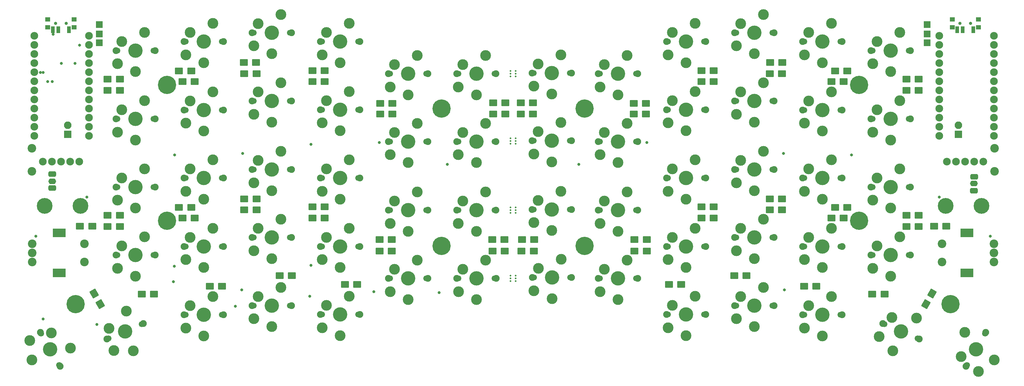
<source format=gts>
G04 #@! TF.GenerationSoftware,KiCad,Pcbnew,7.0.2*
G04 #@! TF.CreationDate,2023-05-26T11:36:11-04:00*
G04 #@! TF.ProjectId,SofleKeyboard,536f666c-654b-4657-9962-6f6172642e6b,rev?*
G04 #@! TF.SameCoordinates,Original*
G04 #@! TF.FileFunction,Soldermask,Top*
G04 #@! TF.FilePolarity,Negative*
%FSLAX46Y46*%
G04 Gerber Fmt 4.6, Leading zero omitted, Abs format (unit mm)*
G04 Created by KiCad (PCBNEW 7.0.2) date 2023-05-26 11:36:11*
%MOMM*%
%LPD*%
G01*
G04 APERTURE LIST*
G04 Aperture macros list*
%AMRoundRect*
0 Rectangle with rounded corners*
0 $1 Rounding radius*
0 $2 $3 $4 $5 $6 $7 $8 $9 X,Y pos of 4 corners*
0 Add a 4 corners polygon primitive as box body*
4,1,4,$2,$3,$4,$5,$6,$7,$8,$9,$2,$3,0*
0 Add four circle primitives for the rounded corners*
1,1,$1+$1,$2,$3*
1,1,$1+$1,$4,$5*
1,1,$1+$1,$6,$7*
1,1,$1+$1,$8,$9*
0 Add four rect primitives between the rounded corners*
20,1,$1+$1,$2,$3,$4,$5,0*
20,1,$1+$1,$4,$5,$6,$7,0*
20,1,$1+$1,$6,$7,$8,$9,0*
20,1,$1+$1,$8,$9,$2,$3,0*%
G04 Aperture macros list end*
%ADD10C,0.500000*%
%ADD11C,5.100000*%
%ADD12RoundRect,0.200000X-0.900000X-0.750000X0.900000X-0.750000X0.900000X0.750000X-0.900000X0.750000X0*%
%ADD13RoundRect,0.200000X-1.099519X0.404423X-0.199519X-1.154423X1.099519X-0.404423X0.199519X1.154423X0*%
%ADD14C,1.900000*%
%ADD15C,1.700000*%
%ADD16C,3.000000*%
%ADD17C,4.000000*%
%ADD18C,4.400000*%
%ADD19RoundRect,0.200000X-0.762000X0.762000X-0.762000X-0.762000X0.762000X-0.762000X0.762000X0.762000X0*%
%ADD20RoundRect,0.200000X0.762000X0.762000X-0.762000X0.762000X-0.762000X-0.762000X0.762000X-0.762000X0*%
%ADD21C,2.400000*%
%ADD22RoundRect,0.200000X-1.600000X-1.000000X1.600000X-1.000000X1.600000X1.000000X-1.600000X1.000000X0*%
%ADD23RoundRect,0.200000X0.500000X0.400000X-0.500000X0.400000X-0.500000X-0.400000X0.500000X-0.400000X0*%
%ADD24C,0.900000*%
%ADD25RoundRect,0.200000X0.350000X0.750000X-0.350000X0.750000X-0.350000X-0.750000X0.350000X-0.750000X0*%
%ADD26C,2.152600*%
%ADD27RoundRect,0.450000X-0.625000X0.350000X-0.625000X-0.350000X0.625000X-0.350000X0.625000X0.350000X0*%
%ADD28O,2.150000X1.600000*%
%ADD29RoundRect,0.200000X0.850000X0.850000X-0.850000X0.850000X-0.850000X-0.850000X0.850000X-0.850000X0*%
%ADD30O,2.100000X2.100000*%
%ADD31RoundRect,0.450000X0.625000X-0.350000X0.625000X0.350000X-0.625000X0.350000X-0.625000X-0.350000X0*%
%ADD32RoundRect,0.200000X0.900000X0.750000X-0.900000X0.750000X-0.900000X-0.750000X0.900000X-0.750000X0*%
%ADD33RoundRect,0.200000X-0.762000X-0.762000X0.762000X-0.762000X0.762000X0.762000X-0.762000X0.762000X0*%
%ADD34RoundRect,0.200000X-0.199519X1.154423X-1.099519X-0.404423X0.199519X-1.154423X1.099519X0.404423X0*%
%ADD35RoundRect,0.200000X1.600000X1.000000X-1.600000X1.000000X-1.600000X-1.000000X1.600000X-1.000000X0*%
%ADD36C,0.800000*%
G04 APERTURE END LIST*
D10*
X147586000Y-61964000D03*
X149086000Y-61964000D03*
X147586000Y-61214000D03*
X149086000Y-61214000D03*
X147586000Y-60464000D03*
X149086000Y-60464000D03*
X147586000Y-80760000D03*
X149086000Y-80760000D03*
X147586000Y-80010000D03*
X149086000Y-80010000D03*
X147586000Y-79260000D03*
X149086000Y-79260000D03*
X147586000Y-100064000D03*
X149086000Y-100064000D03*
X147586000Y-99314000D03*
X149086000Y-99314000D03*
X147586000Y-98564000D03*
X149086000Y-98564000D03*
X147586000Y-118364000D03*
X149086000Y-118364000D03*
X147586000Y-117614000D03*
X147586000Y-119114000D03*
X149086000Y-119114000D03*
X149086000Y-117614000D03*
D11*
X51890000Y-64364000D03*
X128390000Y-70974000D03*
X128390000Y-109274000D03*
X26390000Y-125574000D03*
D12*
X35290000Y-62764000D03*
X38690000Y-62764000D03*
X55190000Y-60464000D03*
X58590000Y-60464000D03*
X73290000Y-58064000D03*
X76690000Y-58064000D03*
X92390000Y-60364000D03*
X95790000Y-60364000D03*
X111290000Y-69564000D03*
X114690000Y-69564000D03*
X142790000Y-69364000D03*
X146190000Y-69364000D03*
X35290000Y-65864000D03*
X38690000Y-65864000D03*
X56190000Y-63464000D03*
X59590000Y-63464000D03*
X73390000Y-61264000D03*
X76790000Y-61264000D03*
X92390000Y-63464000D03*
X95790000Y-63464000D03*
X111290000Y-72464000D03*
X114690000Y-72464000D03*
X142790000Y-72464000D03*
X146190000Y-72464000D03*
X35290000Y-100764000D03*
X38690000Y-100764000D03*
X55190000Y-98564000D03*
X58590000Y-98564000D03*
X73390000Y-96164000D03*
X76790000Y-96164000D03*
X92390000Y-98364000D03*
X95790000Y-98364000D03*
X111090000Y-107564000D03*
X114490000Y-107564000D03*
X142490000Y-107564000D03*
X145890000Y-107564000D03*
X35290000Y-103864000D03*
X38690000Y-103864000D03*
X56190000Y-101564000D03*
X59590000Y-101564000D03*
X73390000Y-99264000D03*
X76790000Y-99264000D03*
X92390000Y-101564000D03*
X95790000Y-101564000D03*
X111090000Y-110764000D03*
X114490000Y-110764000D03*
X142590000Y-110764000D03*
X145990000Y-110764000D03*
X27590000Y-103774000D03*
X30990000Y-103774000D03*
D13*
X31540000Y-122591757D03*
X33240000Y-125536243D03*
D12*
X44790000Y-122764000D03*
X48190000Y-122764000D03*
X63790000Y-120564000D03*
X67190000Y-120564000D03*
X83290000Y-117574000D03*
X86690000Y-117574000D03*
D14*
X37590000Y-54764000D03*
D15*
X38010000Y-54764000D03*
D16*
X38090000Y-58464000D03*
X39280000Y-52223999D03*
D17*
X43090000Y-54764000D03*
D16*
X43090000Y-60664000D03*
X45630000Y-49684000D03*
D15*
X48170000Y-54764000D03*
D14*
X48590000Y-54764000D03*
X37590000Y-73864000D03*
D15*
X38010000Y-73864000D03*
D16*
X38090000Y-77564000D03*
X39280000Y-71323999D03*
D17*
X43090000Y-73864000D03*
D16*
X43090000Y-79764000D03*
X45630000Y-68784000D03*
D15*
X48170000Y-73864000D03*
D14*
X48590000Y-73864000D03*
X37590000Y-92864000D03*
D15*
X38010000Y-92864000D03*
D16*
X38090000Y-96564000D03*
X39280000Y-90323999D03*
D17*
X43090000Y-92864000D03*
D16*
X43090000Y-98764000D03*
X45630000Y-87784000D03*
D15*
X48170000Y-92864000D03*
D14*
X48590000Y-92864000D03*
X37590000Y-111864000D03*
D15*
X38010000Y-111864000D03*
D16*
X38090000Y-115564000D03*
X39280000Y-109323999D03*
D17*
X43090000Y-111864000D03*
D16*
X43090000Y-117764000D03*
X45630000Y-106784000D03*
D15*
X48170000Y-111864000D03*
D14*
X48590000Y-111864000D03*
X16540000Y-133410860D03*
D15*
X16750000Y-133774591D03*
D16*
X13585706Y-135693873D03*
X19584705Y-133604443D03*
D17*
X19290000Y-138174000D03*
D16*
X14180450Y-141124000D03*
X24959409Y-137833705D03*
D15*
X21830000Y-142573409D03*
D14*
X22040000Y-142937140D03*
X35127223Y-135313021D03*
D15*
X35513835Y-135148914D03*
D16*
X37033181Y-138523524D03*
X35690419Y-132314602D03*
D17*
X40190000Y-133164000D03*
D16*
X42495314Y-138594979D03*
X40543168Y-127495378D03*
D15*
X44866165Y-131179086D03*
D14*
X45252777Y-131014979D03*
X56590000Y-128564000D03*
D15*
X57010000Y-128564000D03*
D16*
X57090000Y-132264000D03*
X58280000Y-126023999D03*
D17*
X62090000Y-128564000D03*
D16*
X62090000Y-134464000D03*
X64630000Y-123484000D03*
D15*
X67170000Y-128564000D03*
D14*
X67590000Y-128564000D03*
X75590000Y-125964000D03*
D15*
X76010000Y-125964000D03*
D16*
X76090000Y-129664000D03*
X77280000Y-123423999D03*
D17*
X81090000Y-125964000D03*
D16*
X81090000Y-131864000D03*
X83630000Y-120884000D03*
D15*
X86170000Y-125964000D03*
D14*
X86590000Y-125964000D03*
D18*
X17720000Y-98116000D03*
D19*
X32934000Y-52602000D03*
D20*
X32934000Y-50102000D03*
X32934000Y-47502000D03*
D12*
X101490000Y-120074000D03*
X104890000Y-120074000D03*
D18*
X27720000Y-98100000D03*
D14*
X56590000Y-90364000D03*
D15*
X57010000Y-90364000D03*
D16*
X57090000Y-94064000D03*
X58280000Y-87823999D03*
D17*
X62090000Y-90364000D03*
D16*
X62090000Y-96264000D03*
X64630000Y-85284000D03*
D15*
X67170000Y-90364000D03*
D14*
X67590000Y-90364000D03*
X56590000Y-109464000D03*
D15*
X57010000Y-109464000D03*
D16*
X57090000Y-113164000D03*
X58280000Y-106923999D03*
D17*
X62090000Y-109464000D03*
D16*
X62090000Y-115364000D03*
X64630000Y-104384000D03*
D15*
X67170000Y-109464000D03*
D14*
X67590000Y-109464000D03*
X56590000Y-71364000D03*
D15*
X57010000Y-71364000D03*
D16*
X57090000Y-75064000D03*
X58280000Y-68823999D03*
D17*
X62090000Y-71364000D03*
D16*
X62090000Y-77264000D03*
X64630000Y-66284000D03*
D15*
X67170000Y-71364000D03*
D14*
X67590000Y-71364000D03*
X56590000Y-52264000D03*
D15*
X57010000Y-52264000D03*
D16*
X57090000Y-55964000D03*
X58280000Y-49723999D03*
D17*
X62090000Y-52264000D03*
D16*
X62090000Y-58164000D03*
X64630000Y-47184000D03*
D15*
X67170000Y-52264000D03*
D14*
X67590000Y-52264000D03*
X75590000Y-87964000D03*
D15*
X76010000Y-87964000D03*
D16*
X76090000Y-91664000D03*
X77280000Y-85423999D03*
D17*
X81090000Y-87964000D03*
D16*
X81090000Y-93864000D03*
X83630000Y-82884000D03*
D15*
X86170000Y-87964000D03*
D14*
X86590000Y-87964000D03*
X75590000Y-49774000D03*
D15*
X76010000Y-49774000D03*
D16*
X76090000Y-53474000D03*
X77280000Y-47233999D03*
D17*
X81090000Y-49774000D03*
D16*
X81090000Y-55674000D03*
X83630000Y-44694000D03*
D15*
X86170000Y-49774000D03*
D14*
X86590000Y-49774000D03*
X75590000Y-68864000D03*
D15*
X76010000Y-68864000D03*
D16*
X76090000Y-72564000D03*
X77280000Y-66323999D03*
D17*
X81090000Y-68864000D03*
D16*
X81090000Y-74764000D03*
X83630000Y-63784000D03*
D15*
X86170000Y-68864000D03*
D14*
X86590000Y-68864000D03*
X75590000Y-106964000D03*
D15*
X76010000Y-106964000D03*
D16*
X76090000Y-110664000D03*
X77280000Y-104423999D03*
D17*
X81090000Y-106964000D03*
D16*
X81090000Y-112864000D03*
X83630000Y-101884000D03*
D15*
X86170000Y-106964000D03*
D14*
X86590000Y-106964000D03*
X94590000Y-109464000D03*
D15*
X95010000Y-109464000D03*
D16*
X95090000Y-113164000D03*
X96280000Y-106923999D03*
D17*
X100090000Y-109464000D03*
D16*
X100090000Y-115364000D03*
X102630000Y-104384000D03*
D15*
X105170000Y-109464000D03*
D14*
X105590000Y-109464000D03*
X94590000Y-71264000D03*
D15*
X95010000Y-71264000D03*
D16*
X95090000Y-74964000D03*
X96280000Y-68723999D03*
D17*
X100090000Y-71264000D03*
D16*
X100090000Y-77164000D03*
X102630000Y-66184000D03*
D15*
X105170000Y-71264000D03*
D14*
X105590000Y-71264000D03*
X94590000Y-128464000D03*
D15*
X95010000Y-128464000D03*
D16*
X95090000Y-132164000D03*
X96280000Y-125923999D03*
D17*
X100090000Y-128464000D03*
D16*
X100090000Y-134364000D03*
X102630000Y-123384000D03*
D15*
X105170000Y-128464000D03*
D14*
X105590000Y-128464000D03*
X94590000Y-90364000D03*
D15*
X95010000Y-90364000D03*
D16*
X95090000Y-94064000D03*
X96280000Y-87823999D03*
D17*
X100090000Y-90364000D03*
D16*
X100090000Y-96264000D03*
X102630000Y-85284000D03*
D15*
X105170000Y-90364000D03*
D14*
X105590000Y-90364000D03*
X94590000Y-52264000D03*
D15*
X95010000Y-52264000D03*
D16*
X95090000Y-55964000D03*
X96280000Y-49723999D03*
D17*
X100090000Y-52264000D03*
D16*
X100090000Y-58164000D03*
X102630000Y-47184000D03*
D15*
X105170000Y-52264000D03*
D14*
X105590000Y-52264000D03*
X113590000Y-61264000D03*
D15*
X114010000Y-61264000D03*
D16*
X114090000Y-64964000D03*
X115280000Y-58723999D03*
D17*
X119090000Y-61264000D03*
D16*
X119090000Y-67164000D03*
X121630000Y-56184000D03*
D15*
X124170000Y-61264000D03*
D14*
X124590000Y-61264000D03*
X113590000Y-118364000D03*
D15*
X114010000Y-118364000D03*
D16*
X114090000Y-122064000D03*
X115280000Y-115823999D03*
D17*
X119090000Y-118364000D03*
D16*
X119090000Y-124264000D03*
X121630000Y-113284000D03*
D15*
X124170000Y-118364000D03*
D14*
X124590000Y-118364000D03*
X132590000Y-99364000D03*
D15*
X133010000Y-99364000D03*
D16*
X133090000Y-103064000D03*
X134280000Y-96823999D03*
D17*
X138090000Y-99364000D03*
D16*
X138090000Y-105264000D03*
X140630000Y-94284000D03*
D15*
X143170000Y-99364000D03*
D14*
X143590000Y-99364000D03*
X132640000Y-118364000D03*
D15*
X133060000Y-118364000D03*
D16*
X133140000Y-122064000D03*
X134330000Y-115823999D03*
D17*
X138140000Y-118364000D03*
D16*
X138140000Y-124264000D03*
X140680000Y-113284000D03*
D15*
X143220000Y-118364000D03*
D14*
X143640000Y-118364000D03*
X132590000Y-61264000D03*
D15*
X133010000Y-61264000D03*
D16*
X133090000Y-64964000D03*
X134280000Y-58723999D03*
D17*
X138090000Y-61264000D03*
D16*
X138090000Y-67164000D03*
X140630000Y-56184000D03*
D15*
X143170000Y-61264000D03*
D14*
X143590000Y-61264000D03*
X132590000Y-80164000D03*
D15*
X133010000Y-80164000D03*
D16*
X133090000Y-83864000D03*
X134280000Y-77623999D03*
D17*
X138090000Y-80164000D03*
D16*
X138090000Y-86064000D03*
X140630000Y-75084000D03*
D15*
X143170000Y-80164000D03*
D14*
X143590000Y-80164000D03*
X113590000Y-99364000D03*
D15*
X114010000Y-99364000D03*
D16*
X114090000Y-103064000D03*
X115280000Y-96823999D03*
D17*
X119090000Y-99364000D03*
D16*
X119090000Y-105264000D03*
X121630000Y-94284000D03*
D15*
X124170000Y-99364000D03*
D14*
X124590000Y-99364000D03*
X113590000Y-80164000D03*
D15*
X114010000Y-80164000D03*
D16*
X114090000Y-83864000D03*
X115280000Y-77623999D03*
D17*
X119090000Y-80164000D03*
D16*
X119090000Y-86064000D03*
X121630000Y-75084000D03*
D15*
X124170000Y-80164000D03*
D14*
X124590000Y-80164000D03*
D11*
X51890000Y-102274000D03*
D21*
X14290000Y-108764000D03*
X14290000Y-113764000D03*
X14290000Y-111264000D03*
D22*
X21790000Y-105664000D03*
X21790000Y-116864000D03*
D21*
X28790000Y-113764000D03*
X28790000Y-108764000D03*
D14*
X153622000Y-79927321D03*
D15*
X154042000Y-79927321D03*
D16*
X154122000Y-83627321D03*
X155312000Y-77387320D03*
D17*
X159122000Y-79927321D03*
D16*
X159122000Y-85827321D03*
X161662000Y-74847321D03*
D15*
X164202000Y-79927321D03*
D14*
X164622000Y-79927321D03*
X191090000Y-52264000D03*
D15*
X191510000Y-52264000D03*
D16*
X191590000Y-55964000D03*
X192780000Y-49723999D03*
D17*
X196590000Y-52264000D03*
D16*
X196590000Y-58164000D03*
X199130000Y-47184000D03*
D15*
X201670000Y-52264000D03*
D14*
X202090000Y-52264000D03*
X210090000Y-49774000D03*
D15*
X210510000Y-49774000D03*
D16*
X210590000Y-53474000D03*
X211780000Y-47233999D03*
D17*
X215590000Y-49774000D03*
D16*
X215590000Y-55674000D03*
X218130000Y-44694000D03*
D15*
X220670000Y-49774000D03*
D14*
X221090000Y-49774000D03*
X172090000Y-80164000D03*
D15*
X172510000Y-80164000D03*
D16*
X172590000Y-83864000D03*
X173780000Y-77623999D03*
D17*
X177590000Y-80164000D03*
D16*
X177590000Y-86064000D03*
X180130000Y-75084000D03*
D15*
X182670000Y-80164000D03*
D14*
X183090000Y-80164000D03*
X274635706Y-142947013D03*
D15*
X274845706Y-142583282D03*
D16*
X278090000Y-144364000D03*
X273281001Y-140213429D03*
D17*
X277385706Y-138183873D03*
D16*
X282495256Y-141133873D03*
X274256297Y-133444168D03*
D15*
X279925706Y-133784464D03*
D14*
X280135706Y-133420733D03*
X229090000Y-128564000D03*
D15*
X229510000Y-128564000D03*
D16*
X229590000Y-132264000D03*
X230780000Y-126023999D03*
D17*
X234590000Y-128564000D03*
D16*
X234590000Y-134464000D03*
X237130000Y-123484000D03*
D15*
X239670000Y-128564000D03*
D14*
X240090000Y-128564000D03*
X248090000Y-92864000D03*
D15*
X248510000Y-92864000D03*
D16*
X248590000Y-96564000D03*
X249780000Y-90323999D03*
D17*
X253590000Y-92864000D03*
D16*
X253590000Y-98764000D03*
X256130000Y-87784000D03*
D15*
X258670000Y-92864000D03*
D14*
X259090000Y-92864000D03*
X210090000Y-87964000D03*
D15*
X210510000Y-87964000D03*
D16*
X210590000Y-91664000D03*
X211780000Y-85423999D03*
D17*
X215590000Y-87964000D03*
D16*
X215590000Y-93864000D03*
X218130000Y-82884000D03*
D15*
X220670000Y-87964000D03*
D14*
X221090000Y-87964000D03*
X229090000Y-71364000D03*
D15*
X229510000Y-71364000D03*
D16*
X229590000Y-75064000D03*
X230780000Y-68823999D03*
D17*
X234590000Y-71364000D03*
D16*
X234590000Y-77264000D03*
X237130000Y-66284000D03*
D15*
X239670000Y-71364000D03*
D14*
X240090000Y-71364000D03*
D23*
X278064000Y-48274000D03*
X278064000Y-46064000D03*
D24*
X275914000Y-47164000D03*
X272914000Y-47164000D03*
D23*
X270764000Y-48274000D03*
X270764000Y-46064000D03*
D25*
X276664000Y-48924000D03*
X273664000Y-48924000D03*
X272164000Y-48924000D03*
D14*
X248090000Y-54764000D03*
D15*
X248510000Y-54764000D03*
D16*
X248590000Y-58464000D03*
X249780000Y-52223999D03*
D17*
X253590000Y-54764000D03*
D16*
X253590000Y-60664000D03*
X256130000Y-49684000D03*
D15*
X258670000Y-54764000D03*
D14*
X259090000Y-54764000D03*
X172090000Y-61264000D03*
D15*
X172510000Y-61264000D03*
D16*
X172590000Y-64964000D03*
X173780000Y-58723999D03*
D17*
X177590000Y-61264000D03*
D16*
X177590000Y-67164000D03*
X180130000Y-56184000D03*
D15*
X182670000Y-61264000D03*
D14*
X183090000Y-61264000D03*
X229090000Y-52264000D03*
D15*
X229510000Y-52264000D03*
D16*
X229590000Y-55964000D03*
X230780000Y-49723999D03*
D17*
X234590000Y-52264000D03*
D16*
X234590000Y-58164000D03*
X237130000Y-47184000D03*
D15*
X239670000Y-52264000D03*
D14*
X240090000Y-52264000D03*
X248090000Y-111864000D03*
D15*
X248510000Y-111864000D03*
D16*
X248590000Y-115564000D03*
X249780000Y-109323999D03*
D17*
X253590000Y-111864000D03*
D16*
X253590000Y-117764000D03*
X256130000Y-106784000D03*
D15*
X258670000Y-111864000D03*
D14*
X259090000Y-111864000D03*
X153622000Y-61027321D03*
D15*
X154042000Y-61027321D03*
D16*
X154122000Y-64727321D03*
X155312000Y-58487320D03*
D17*
X159122000Y-61027321D03*
D16*
X159122000Y-66927321D03*
X161662000Y-55947321D03*
D15*
X164202000Y-61027321D03*
D14*
X164622000Y-61027321D03*
X210090000Y-125964000D03*
D15*
X210510000Y-125964000D03*
D16*
X210590000Y-129664000D03*
X211780000Y-123423999D03*
D17*
X215590000Y-125964000D03*
D16*
X215590000Y-131864000D03*
X218130000Y-120884000D03*
D15*
X220670000Y-125964000D03*
D14*
X221090000Y-125964000D03*
D21*
X14138000Y-88516000D03*
X14138000Y-82016000D03*
D14*
X153622000Y-99127321D03*
D15*
X154042000Y-99127321D03*
D16*
X154122000Y-102827321D03*
X155312000Y-96587320D03*
D17*
X159122000Y-99127321D03*
D16*
X159122000Y-105027321D03*
X161662000Y-94047321D03*
D15*
X164202000Y-99127321D03*
D14*
X164622000Y-99127321D03*
X248090000Y-73864000D03*
D15*
X248510000Y-73864000D03*
D16*
X248590000Y-77564000D03*
X249780000Y-71323999D03*
D17*
X253590000Y-73864000D03*
D16*
X253590000Y-79764000D03*
X256130000Y-68784000D03*
D15*
X258670000Y-73864000D03*
D14*
X259090000Y-73864000D03*
D26*
X269260000Y-85758600D03*
X271800000Y-85758600D03*
X274340000Y-85758600D03*
X276880000Y-85758600D03*
X279420000Y-85758600D03*
D14*
X172090000Y-99364000D03*
D15*
X172510000Y-99364000D03*
D16*
X172590000Y-103064000D03*
X173780000Y-96823999D03*
D17*
X177590000Y-99364000D03*
D16*
X177590000Y-105264000D03*
X180130000Y-94284000D03*
D15*
X182670000Y-99364000D03*
D14*
X183090000Y-99364000D03*
D26*
X14859984Y-50649952D03*
X14859984Y-50649952D03*
X14859984Y-53189952D03*
X14859984Y-53189952D03*
X14859984Y-55729952D03*
X14859984Y-55729952D03*
X14859984Y-58269952D03*
X14859984Y-58269952D03*
X14859984Y-60809952D03*
X14859984Y-60809952D03*
X14859984Y-63349952D03*
X14859984Y-63349952D03*
X14859984Y-65889952D03*
X14859984Y-65889952D03*
X14859984Y-68429952D03*
X14859984Y-68429952D03*
X14859984Y-70969952D03*
X14859984Y-70969952D03*
X14859984Y-73509952D03*
X14859984Y-73509952D03*
X14859984Y-76049952D03*
X14859984Y-76049952D03*
X14859984Y-78589952D03*
X14859984Y-78589952D03*
X30099984Y-78589952D03*
X30099984Y-78589952D03*
X30099984Y-76049952D03*
X30099984Y-76049952D03*
X30099984Y-73509952D03*
X30099984Y-73509952D03*
X30099984Y-70969952D03*
X30099984Y-70969952D03*
X30099984Y-68429952D03*
X30099984Y-68429952D03*
X30099984Y-65889952D03*
X30099984Y-65889952D03*
X30099984Y-63349952D03*
X30099984Y-63349952D03*
X30099984Y-60809952D03*
X30099984Y-60809952D03*
X30099984Y-58269952D03*
X30099984Y-58269952D03*
X30099984Y-55729952D03*
X30099984Y-55729952D03*
X30099984Y-53189952D03*
X30099984Y-53189952D03*
X30099984Y-50649952D03*
X30099984Y-50649952D03*
D14*
X229090000Y-90364000D03*
D15*
X229510000Y-90364000D03*
D16*
X229590000Y-94064000D03*
X230780000Y-87823999D03*
D17*
X234590000Y-90364000D03*
D16*
X234590000Y-96264000D03*
X237130000Y-85284000D03*
D15*
X239670000Y-90364000D03*
D14*
X240090000Y-90364000D03*
X229090000Y-109464000D03*
D15*
X229510000Y-109464000D03*
D16*
X229590000Y-113164000D03*
X230780000Y-106923999D03*
D17*
X234590000Y-109464000D03*
D16*
X234590000Y-115364000D03*
X237130000Y-104384000D03*
D15*
X239670000Y-109464000D03*
D14*
X240090000Y-109464000D03*
X210090000Y-106964000D03*
D15*
X210510000Y-106964000D03*
D16*
X210590000Y-110664000D03*
X211780000Y-104423999D03*
D17*
X215590000Y-106964000D03*
D16*
X215590000Y-112864000D03*
X218130000Y-101884000D03*
D15*
X220670000Y-106964000D03*
D14*
X221090000Y-106964000D03*
X251418388Y-131009893D03*
D15*
X251805000Y-131174000D03*
D16*
X250432936Y-134611126D03*
X253966499Y-129332145D03*
D17*
X256481165Y-133158914D03*
D16*
X254175851Y-138589893D03*
X260804161Y-129475206D03*
D15*
X261157330Y-135143828D03*
D14*
X261543942Y-135307935D03*
D26*
X267168384Y-50649952D03*
X267168384Y-50649952D03*
X267168384Y-53189952D03*
X267168384Y-53189952D03*
X267168384Y-55729952D03*
X267168384Y-55729952D03*
X267168384Y-58269952D03*
X267168384Y-58269952D03*
X267168384Y-60809952D03*
X267168384Y-60809952D03*
X267168384Y-63349952D03*
X267168384Y-63349952D03*
X267168384Y-65889952D03*
X267168384Y-65889952D03*
X267168384Y-68429952D03*
X267168384Y-68429952D03*
X267168384Y-70969952D03*
X267168384Y-70969952D03*
X267168384Y-73509952D03*
X267168384Y-73509952D03*
X267168384Y-76049952D03*
X267168384Y-76049952D03*
X267168384Y-78589952D03*
X267168384Y-78589952D03*
X282408384Y-78589952D03*
X282408384Y-78589952D03*
X282408384Y-76049952D03*
X282408384Y-76049952D03*
X282408384Y-73509952D03*
X282408384Y-73509952D03*
X282408384Y-70969952D03*
X282408384Y-70969952D03*
X282408384Y-68429952D03*
X282408384Y-68429952D03*
X282408384Y-65889952D03*
X282408384Y-65889952D03*
X282408384Y-63349952D03*
X282408384Y-63349952D03*
X282408384Y-60809952D03*
X282408384Y-60809952D03*
X282408384Y-58269952D03*
X282408384Y-58269952D03*
X282408384Y-55729952D03*
X282408384Y-55729952D03*
X282408384Y-53189952D03*
X282408384Y-53189952D03*
X282408384Y-50649952D03*
X282408384Y-50649952D03*
D14*
X191090000Y-109464000D03*
D15*
X191510000Y-109464000D03*
D16*
X191590000Y-113164000D03*
X192780000Y-106923999D03*
D17*
X196590000Y-109464000D03*
D16*
X196590000Y-115364000D03*
X199130000Y-104384000D03*
D15*
X201670000Y-109464000D03*
D14*
X202090000Y-109464000D03*
X153672000Y-118127321D03*
D15*
X154092000Y-118127321D03*
D16*
X154172000Y-121827321D03*
X155362000Y-115587320D03*
D17*
X159172000Y-118127321D03*
D16*
X159172000Y-124027321D03*
X161712000Y-113047321D03*
D15*
X164252000Y-118127321D03*
D14*
X164672000Y-118127321D03*
X210090000Y-68864000D03*
D15*
X210510000Y-68864000D03*
D16*
X210590000Y-72564000D03*
X211780000Y-66323999D03*
D17*
X215590000Y-68864000D03*
D16*
X215590000Y-74764000D03*
X218130000Y-63784000D03*
D15*
X220670000Y-68864000D03*
D14*
X221090000Y-68864000D03*
X172090000Y-118364000D03*
D15*
X172510000Y-118364000D03*
D16*
X172590000Y-122064000D03*
X173780000Y-115823999D03*
D17*
X177590000Y-118364000D03*
D16*
X177590000Y-124264000D03*
X180130000Y-113284000D03*
D15*
X182670000Y-118364000D03*
D14*
X183090000Y-118364000D03*
X191090000Y-90364000D03*
D15*
X191510000Y-90364000D03*
D16*
X191590000Y-94064000D03*
X192780000Y-87823999D03*
D17*
X196590000Y-90364000D03*
D16*
X196590000Y-96264000D03*
X199130000Y-85284000D03*
D15*
X201670000Y-90364000D03*
D14*
X202090000Y-90364000D03*
X191090000Y-71264000D03*
D15*
X191510000Y-71264000D03*
D16*
X191590000Y-74964000D03*
X192780000Y-68723999D03*
D17*
X196590000Y-71264000D03*
D16*
X196590000Y-77164000D03*
X199130000Y-66184000D03*
D15*
X201670000Y-71264000D03*
D14*
X202090000Y-71264000D03*
D27*
X276863000Y-89983000D03*
X276837000Y-93886000D03*
D28*
X276837000Y-91886000D03*
D29*
X24190000Y-78170000D03*
D30*
X24190000Y-75630000D03*
D14*
X191090000Y-128464000D03*
D15*
X191510000Y-128464000D03*
D16*
X191590000Y-132164000D03*
X192780000Y-125923999D03*
D17*
X196590000Y-128464000D03*
D16*
X196590000Y-134364000D03*
X199130000Y-123384000D03*
D15*
X201670000Y-128464000D03*
D14*
X202090000Y-128464000D03*
D29*
X272490000Y-78170000D03*
D30*
X272490000Y-75630000D03*
D26*
X17260000Y-85758600D03*
X19800000Y-85758600D03*
X22340000Y-85758600D03*
X24880000Y-85758600D03*
X27420000Y-85758600D03*
D23*
X25916000Y-48274000D03*
X25916000Y-46064000D03*
D24*
X23766000Y-47164000D03*
X20766000Y-47164000D03*
D23*
X18616000Y-48274000D03*
X18616000Y-46064000D03*
D25*
X24516000Y-48924000D03*
X21516000Y-48924000D03*
X20016000Y-48924000D03*
D31*
X19817000Y-93169500D03*
X19843000Y-89266500D03*
D28*
X19843000Y-91266500D03*
D11*
X244790000Y-102274000D03*
D32*
X261390000Y-62764000D03*
X257990000Y-62764000D03*
D18*
X268960000Y-98100000D03*
D32*
X223390000Y-58064000D03*
X219990000Y-58064000D03*
X269090000Y-103774000D03*
X265690000Y-103774000D03*
X185590000Y-110764000D03*
X182190000Y-110764000D03*
D11*
X270290000Y-125574000D03*
D32*
X154090000Y-110764000D03*
X150690000Y-110764000D03*
D11*
X168290000Y-70974000D03*
D19*
X263746000Y-52602000D03*
D33*
X263746000Y-50102000D03*
X263746000Y-47502000D03*
D32*
X261390000Y-100764000D03*
X257990000Y-100764000D03*
X261390000Y-65864000D03*
X257990000Y-65864000D03*
D18*
X278960000Y-98116000D03*
D32*
X241490000Y-60464000D03*
X238090000Y-60464000D03*
X213390000Y-117574000D03*
X209990000Y-117574000D03*
X153890000Y-72464000D03*
X150490000Y-72464000D03*
D21*
X282542000Y-88516000D03*
X282542000Y-82016000D03*
D11*
X168290000Y-109274000D03*
D32*
X232890000Y-120564000D03*
X229490000Y-120564000D03*
X204290000Y-60364000D03*
X200890000Y-60364000D03*
X185390000Y-72464000D03*
X181990000Y-72464000D03*
X195190000Y-120074000D03*
X191790000Y-120074000D03*
X223290000Y-96164000D03*
X219890000Y-96164000D03*
D34*
X265140000Y-122591757D03*
X263440000Y-125536243D03*
D11*
X244790000Y-64364000D03*
D32*
X185390000Y-69564000D03*
X181990000Y-69564000D03*
X241490000Y-98564000D03*
X238090000Y-98564000D03*
X223290000Y-99264000D03*
X219890000Y-99264000D03*
X261390000Y-103864000D03*
X257990000Y-103864000D03*
X153890000Y-69364000D03*
X150490000Y-69364000D03*
D21*
X282390000Y-108764000D03*
X282390000Y-113764000D03*
X282390000Y-111264000D03*
D35*
X274890000Y-116864000D03*
X274890000Y-105664000D03*
D21*
X267890000Y-113764000D03*
X267890000Y-108764000D03*
D32*
X204290000Y-101564000D03*
X200890000Y-101564000D03*
X185590000Y-107564000D03*
X182190000Y-107564000D03*
X154190000Y-107564000D03*
X150790000Y-107564000D03*
X251890000Y-122764000D03*
X248490000Y-122764000D03*
X223290000Y-61264000D03*
X219890000Y-61264000D03*
X240490000Y-63464000D03*
X237090000Y-63464000D03*
X204290000Y-63464000D03*
X200890000Y-63464000D03*
X204290000Y-98364000D03*
X200890000Y-98364000D03*
X240490000Y-101564000D03*
X237090000Y-101564000D03*
D36*
X242690000Y-83933500D03*
X267156000Y-95696000D03*
X166690000Y-86552000D03*
X223976000Y-121604000D03*
X223722000Y-83504000D03*
X281380000Y-106618000D03*
X185622000Y-80456000D03*
X29524000Y-95696000D03*
X22412000Y-58358000D03*
X26222000Y-58358000D03*
X17332000Y-60898000D03*
X19872000Y-63438000D03*
X27492000Y-53278000D03*
X15300000Y-106618000D03*
X53990000Y-83933500D03*
X53908000Y-115000000D03*
X17332000Y-129732000D03*
X70926000Y-126176000D03*
X72958000Y-83504000D03*
X32318000Y-131256000D03*
X20126000Y-50230000D03*
X92008000Y-114746000D03*
X92008000Y-80964000D03*
X53654000Y-119318000D03*
X111058000Y-80456000D03*
X109534000Y-122112000D03*
X72704000Y-121604000D03*
X72704000Y-121604000D03*
X91608000Y-123382000D03*
X127676000Y-122366000D03*
X129990000Y-86552000D03*
X16570000Y-60898000D03*
X18602000Y-63438000D03*
M02*

</source>
